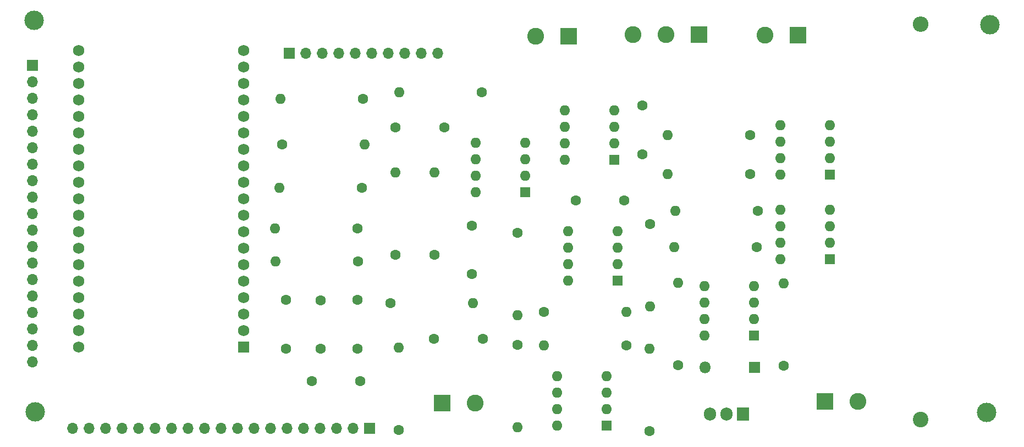
<source format=gbr>
%TF.GenerationSoftware,KiCad,Pcbnew,8.0.3*%
%TF.CreationDate,2025-01-25T16:02:59+05:30*%
%TF.ProjectId,PCB_v1,5043425f-7631-42e6-9b69-6361645f7063,rev?*%
%TF.SameCoordinates,Original*%
%TF.FileFunction,Soldermask,Top*%
%TF.FilePolarity,Negative*%
%FSLAX46Y46*%
G04 Gerber Fmt 4.6, Leading zero omitted, Abs format (unit mm)*
G04 Created by KiCad (PCBNEW 8.0.3) date 2025-01-25 16:02:59*
%MOMM*%
%LPD*%
G01*
G04 APERTURE LIST*
G04 Aperture macros list*
%AMRoundRect*
0 Rectangle with rounded corners*
0 $1 Rounding radius*
0 $2 $3 $4 $5 $6 $7 $8 $9 X,Y pos of 4 corners*
0 Add a 4 corners polygon primitive as box body*
4,1,4,$2,$3,$4,$5,$6,$7,$8,$9,$2,$3,0*
0 Add four circle primitives for the rounded corners*
1,1,$1+$1,$2,$3*
1,1,$1+$1,$4,$5*
1,1,$1+$1,$6,$7*
1,1,$1+$1,$8,$9*
0 Add four rect primitives between the rounded corners*
20,1,$1+$1,$2,$3,$4,$5,0*
20,1,$1+$1,$4,$5,$6,$7,0*
20,1,$1+$1,$6,$7,$8,$9,0*
20,1,$1+$1,$8,$9,$2,$3,0*%
G04 Aperture macros list end*
%ADD10C,1.600000*%
%ADD11O,1.600000X1.600000*%
%ADD12R,1.600000X1.600000*%
%ADD13R,1.700000X1.700000*%
%ADD14O,1.700000X1.700000*%
%ADD15R,2.600000X2.600000*%
%ADD16C,2.600000*%
%ADD17R,1.905000X2.000000*%
%ADD18O,1.905000X2.000000*%
%ADD19C,3.000000*%
%ADD20RoundRect,0.102000X0.765000X0.765000X-0.765000X0.765000X-0.765000X-0.765000X0.765000X-0.765000X0*%
%ADD21C,1.734000*%
%ADD22C,2.400000*%
%ADD23O,2.400000X2.400000*%
%ADD24R,1.800000X1.800000*%
%ADD25O,1.800000X1.800000*%
G04 APERTURE END LIST*
D10*
%TO.C,R5*%
X185900000Y-100140000D03*
D11*
X173200000Y-100140000D03*
%TD*%
D10*
%TO.C,R18*%
X166900000Y-126540000D03*
D11*
X154200000Y-126540000D03*
%TD*%
D10*
%TO.C,C1*%
X144750000Y-125565000D03*
X137250000Y-125565000D03*
%TD*%
%TO.C,R23*%
X125475000Y-108565000D03*
D11*
X112775000Y-108565000D03*
%TD*%
D12*
%TO.C,U7*%
X165000000Y-97940000D03*
D11*
X165000000Y-95400000D03*
X165000000Y-92860000D03*
X165000000Y-90320000D03*
X157380000Y-90320000D03*
X157380000Y-92860000D03*
X157380000Y-95400000D03*
X157380000Y-97940000D03*
%TD*%
D12*
%TO.C,U8*%
X165520000Y-116540000D03*
D11*
X165520000Y-114000000D03*
X165520000Y-111460000D03*
X165520000Y-108920000D03*
X157900000Y-108920000D03*
X157900000Y-111460000D03*
X157900000Y-114000000D03*
X157900000Y-116540000D03*
%TD*%
D10*
%TO.C,R7*%
X186950000Y-111440000D03*
D11*
X174250000Y-111440000D03*
%TD*%
D13*
%TO.C,J9*%
X115020000Y-81540000D03*
D14*
X117560000Y-81540000D03*
X120100000Y-81540000D03*
X122640000Y-81540000D03*
X125180000Y-81540000D03*
X127720000Y-81540000D03*
X130260000Y-81540000D03*
X132800000Y-81540000D03*
X135340000Y-81540000D03*
X137880000Y-81540000D03*
%TD*%
D10*
%TO.C,R2*%
X174800000Y-129590000D03*
D11*
X174800000Y-116890000D03*
%TD*%
D10*
%TO.C,R4*%
X187100000Y-105840000D03*
D11*
X174400000Y-105840000D03*
%TD*%
D10*
%TO.C,R21*%
X113850000Y-95540000D03*
D11*
X126550000Y-95540000D03*
%TD*%
D10*
%TO.C,C9*%
X114500000Y-119540000D03*
X114500000Y-127040000D03*
%TD*%
%TO.C,R12*%
X150100000Y-109190000D03*
D11*
X150100000Y-121890000D03*
%TD*%
D10*
%TO.C,R14*%
X126300000Y-88540000D03*
D11*
X113600000Y-88540000D03*
%TD*%
D10*
%TO.C,R19*%
X131850000Y-139640000D03*
D11*
X131850000Y-126940000D03*
%TD*%
D10*
%TO.C,C2*%
X159075000Y-104190000D03*
X166575000Y-104190000D03*
%TD*%
%TO.C,R11*%
X150100000Y-126490000D03*
D11*
X150100000Y-139190000D03*
%TD*%
D12*
%TO.C,U9*%
X186500000Y-125040000D03*
D11*
X186500000Y-122500000D03*
X186500000Y-119960000D03*
X186500000Y-117420000D03*
X178880000Y-117420000D03*
X178880000Y-119960000D03*
X178880000Y-122500000D03*
X178880000Y-125040000D03*
%TD*%
D10*
%TO.C,C4*%
X143100000Y-108090000D03*
X143100000Y-115590000D03*
%TD*%
D12*
%TO.C,U1*%
X198200000Y-113240000D03*
D11*
X198200000Y-110700000D03*
X198200000Y-108160000D03*
X198200000Y-105620000D03*
X190580000Y-105620000D03*
X190580000Y-108160000D03*
X190580000Y-110700000D03*
X190580000Y-113240000D03*
%TD*%
D10*
%TO.C,R9*%
X170500000Y-107890000D03*
D11*
X170500000Y-120590000D03*
%TD*%
D15*
%TO.C,J4*%
X178100000Y-78640000D03*
D16*
X173020000Y-78640000D03*
X167940000Y-78640000D03*
%TD*%
D12*
%TO.C,U6*%
X198200000Y-100260000D03*
D11*
X198200000Y-97720000D03*
X198200000Y-95180000D03*
X198200000Y-92640000D03*
X190580000Y-92640000D03*
X190580000Y-95180000D03*
X190580000Y-97720000D03*
X190580000Y-100260000D03*
%TD*%
D10*
%TO.C,R1*%
X191100000Y-129690000D03*
D11*
X191100000Y-116990000D03*
%TD*%
D17*
%TO.C,Q1*%
X184800000Y-137140000D03*
D18*
X182260000Y-137140000D03*
X179720000Y-137140000D03*
%TD*%
D19*
%TO.C,H2*%
X222820000Y-77140000D03*
%TD*%
D10*
%TO.C,R22*%
X125550000Y-113640000D03*
D11*
X112850000Y-113640000D03*
%TD*%
D10*
%TO.C,C7*%
X169300000Y-89590000D03*
X169300000Y-97090000D03*
%TD*%
D15*
%TO.C,J2*%
X193295000Y-78750000D03*
D16*
X188215000Y-78750000D03*
%TD*%
D10*
%TO.C,R6*%
X185900000Y-94140000D03*
D11*
X173200000Y-94140000D03*
%TD*%
D10*
%TO.C,R13*%
X137375000Y-112615000D03*
D11*
X137375000Y-99915000D03*
%TD*%
D10*
%TO.C,C3*%
X125925000Y-132090000D03*
X118425000Y-132090000D03*
%TD*%
%TO.C,R16*%
X131300000Y-112615000D03*
D11*
X131300000Y-99915000D03*
%TD*%
D19*
%TO.C,H4*%
X75905000Y-136840000D03*
%TD*%
%TO.C,H1*%
X75700000Y-76405000D03*
%TD*%
D10*
%TO.C,C6*%
X119825000Y-119615000D03*
X119825000Y-127115000D03*
%TD*%
D13*
%TO.C,J7*%
X127320000Y-139340000D03*
D14*
X124780000Y-139340000D03*
X122240000Y-139340000D03*
X119700000Y-139340000D03*
X117160000Y-139340000D03*
X114620000Y-139340000D03*
X112080000Y-139340000D03*
X109540000Y-139340000D03*
X107000000Y-139340000D03*
X104460000Y-139340000D03*
X101920000Y-139340000D03*
X99380000Y-139340000D03*
X96840000Y-139340000D03*
X94300000Y-139340000D03*
X91760000Y-139340000D03*
X89220000Y-139340000D03*
X86680000Y-139340000D03*
X84140000Y-139340000D03*
X81600000Y-139340000D03*
%TD*%
D20*
%TO.C,U5*%
X107950000Y-126865000D03*
D21*
X107950000Y-124325000D03*
X107950000Y-121785000D03*
X107950000Y-119245000D03*
X107950000Y-116705000D03*
X107950000Y-114165000D03*
X107950000Y-111625000D03*
X107950000Y-109085000D03*
X107950000Y-106545000D03*
X107950000Y-104005000D03*
X107950000Y-101465000D03*
X107950000Y-98925000D03*
X107950000Y-96385000D03*
X107950000Y-93845000D03*
X107950000Y-91305000D03*
X107950000Y-88765000D03*
X107950000Y-86225000D03*
X107950000Y-83685000D03*
X107950000Y-81145000D03*
X82550000Y-81145000D03*
X82550000Y-83685000D03*
X82550000Y-86225000D03*
X82550000Y-88765000D03*
X82550000Y-91305000D03*
X82550000Y-93845000D03*
X82550000Y-96385000D03*
X82550000Y-98925000D03*
X82550000Y-101465000D03*
X82550000Y-104005000D03*
X82550000Y-106545000D03*
X82550000Y-109085000D03*
X82550000Y-111625000D03*
X82550000Y-114165000D03*
X82550000Y-116705000D03*
X82550000Y-119245000D03*
X82550000Y-121785000D03*
X82550000Y-124325000D03*
X82550000Y-126865000D03*
%TD*%
D10*
%TO.C,C8*%
X138850000Y-92940000D03*
X131350000Y-92940000D03*
%TD*%
D15*
%TO.C,J1*%
X197420000Y-135240000D03*
D16*
X202500000Y-135240000D03*
%TD*%
D10*
%TO.C,R15*%
X144650000Y-87540000D03*
D11*
X131950000Y-87540000D03*
%TD*%
D12*
%TO.C,U3*%
X163800000Y-138940000D03*
D11*
X163800000Y-136400000D03*
X163800000Y-133860000D03*
X163800000Y-131320000D03*
X156180000Y-131320000D03*
X156180000Y-133860000D03*
X156180000Y-136400000D03*
X156180000Y-138940000D03*
%TD*%
D15*
%TO.C,J3*%
X158000000Y-78940000D03*
D16*
X152920000Y-78940000D03*
%TD*%
D13*
%TO.C,J6*%
X75475000Y-83360000D03*
D14*
X75475000Y-85900000D03*
X75475000Y-88440000D03*
X75475000Y-90980000D03*
X75475000Y-93520000D03*
X75475000Y-96060000D03*
X75475000Y-98600000D03*
X75475000Y-101140000D03*
X75475000Y-103680000D03*
X75475000Y-106220000D03*
X75475000Y-108760000D03*
X75475000Y-111300000D03*
X75475000Y-113840000D03*
X75475000Y-116380000D03*
X75475000Y-118920000D03*
X75475000Y-121460000D03*
X75475000Y-124000000D03*
X75475000Y-126540000D03*
X75475000Y-129080000D03*
%TD*%
D19*
%TO.C,H3*%
X222300000Y-136940000D03*
%TD*%
D10*
%TO.C,R17*%
X170400000Y-139790000D03*
D11*
X170400000Y-127090000D03*
%TD*%
D22*
%TO.C,R3*%
X212200000Y-138000000D03*
D23*
X212200000Y-77040000D03*
%TD*%
D12*
%TO.C,U4*%
X151300000Y-102940000D03*
D11*
X151300000Y-100400000D03*
X151300000Y-97860000D03*
X151300000Y-95320000D03*
X143680000Y-95320000D03*
X143680000Y-97860000D03*
X143680000Y-100400000D03*
X143680000Y-102940000D03*
%TD*%
D15*
%TO.C,J5*%
X138520000Y-135440000D03*
D16*
X143600000Y-135440000D03*
%TD*%
D10*
%TO.C,C5*%
X125450000Y-119540000D03*
X125450000Y-127040000D03*
%TD*%
%TO.C,R8*%
X154200000Y-121440000D03*
D11*
X166900000Y-121440000D03*
%TD*%
D10*
%TO.C,R10*%
X130600000Y-120040000D03*
D11*
X143300000Y-120040000D03*
%TD*%
D10*
%TO.C,R20*%
X126125000Y-102265000D03*
D11*
X113425000Y-102265000D03*
%TD*%
D24*
%TO.C,D1*%
X186600000Y-129940000D03*
D25*
X178980000Y-129940000D03*
%TD*%
M02*

</source>
